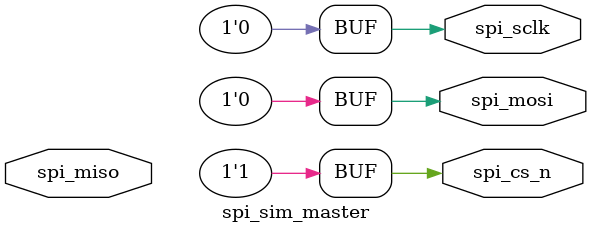
<source format=v>

module spi_sim_master #(
    //Normal
    parameter HIGH                  =  1 ,
    parameter LOW                   =  0 ,
    parameter WRITE                 =  0 ,
    parameter READ                  =  1 , 
    //Width
    parameter CMD_WIDTH             = 05 ,
    parameter ADDR_WIDTH            = 04 ,
    parameter DATA_WIDTH            = 11 ,
    parameter BYTE                  = 08 ,
    parameter WORD                  = 16 ,
    parameter DWORD                 = 32 ,
    //SPI
    parameter tCLKL                 = 40 ,
    parameter tCLKH                 = 40 ,
    parameter tSU_SDI               = 20 ,
    parameter tHD_SDI               = 30 ,
    parameter tHD_SDO               = 40 ,
    parameter tSU_SCS               = 50 ,
    parameter tHD_SCS               = 50 ,
    parameter tHI_SCS               = 400


)
(
    output  reg                     spi_cs_n        ,//chip select
    input   wire                    spi_miso        ,//master input and slave output
    output  reg                     spi_mosi        ,//master output and slave input
    output  reg                     spi_sclk         //serial clock
);

    //************************************************************************************************
    // 1.Parameter and constant define
    //************************************************************************************************
    //------------------------------------------------------------------------------------------------
    // 1.1 none
    //------------------------------------------------------------------------------------------------   

    //************************************************************************************************
    // 2.Register and wire declaration
    //************************************************************************************************
    //------------------------------------------------------------------------------------------------
    // 2.1 none
    //------------------------------------------------------------------------------------------------   

    //************************************************************************************************
    // 3.Main code
    //************************************************************************************************
    initial begin
        spi_cs_n = HIGH ;
        spi_sclk = LOW  ;
        spi_mosi = LOW  ;
    end
    //------------------------------------------------------------------------------------------------
    // 3.1 the subtask spi start
    //------------------------------------------------------------------------------------------------
    task spi_start();
        begin
            spi_cs_n = HIGH    ;
            #(tHI_SCS);
            spi_cs_n = LOW     ;
            #(tSU_SCS);
        end
    endtask
    //------------------------------------------------------------------------------------------------
    // 3.2 the subtask spi write and read data
    //------------------------------------------------------------------------------------------------
    task spi_wr_data(input [DWORD-1:00] send_data,output [DWORD-1:00] read_data,input integer len);
        integer i;
        begin
            spi_cs_n = LOW;
            for(i=len-1;i>=0;i=i-1) begin
                #(tCLKL-tHD_SDI);
                spi_sclk = 1'b1;
                #(tCLKH-tSU_SDI);
                spi_mosi = send_data[i]; 
                #(tSU_SDI);
                spi_sclk = 1'b0;
                read_data[i] = spi_miso;
                #(tHD_SDI);
                spi_if.sdi = 1'bz;
            end
            spi_cs_n = LOW;
        end
    endtask
    //------------------------------------------------------------------------------------------------
    // 3.2 the subtask spi stop
    //------------------------------------------------------------------------------------------------
    task spi_stop();
        begin
            spi_cs_n = LOW;
            #(tHD_SCS);
            spi_cs_n = HIGH;
        end
    endtask
    //------------------------------------------------------------------------------------------------
    // 3.2 the main task spi write/read
    //------------------------------------------------------------------------------------------------
    task spi_write_read(input [CMD_WIDTH-1:00] cmd,input [DATA_WIDTH-1:00] write_data,output [DATA_WIDTH-1:00] read_data);
        begin
            spi_start();
            spi_wr_data(cmd,read_data,CMD_WIDTH);
            spi_send_data(write_data,read_data,DATA_WIDTH);
            spi_stop();
            display(cmd,write_data,read_data);
        end
    endtask

    task display(input [CMD_WIDTH-1:00] cmd,input [DATA_WIDTH-1:00] write_data,input [DATA_WIDTH-1:00] read_data);
        reg [CMD_WIDTH-ADDR_WIDTH-1:0]         wr_bit  ;
        reg [ADDR_WIDTH-1:0]                   addr_bit;
        begin
            addr_bit = cmd[ADDR_WIDTH-1:0];
            wr_bit   = cmd[CMD_WIDTH-1:ADDR_WIDTH];
            if(wr_bit == WRITE) begin
                $display("SPI WRITE[%h] : address = %h,write data = %h,read data = %h.",wr_bit,addr_bit,write_data,read_data);
            end
            else if(wr_bit == READ) begin
                $display("SPI READ[%h]  : address = %h,write data = %h,read data = %h.",wr_bit,addr_bit,write_data,read_data);
            end
            else begin
                $display("SPI ERROR : spi write and read define error!");
            end
        end
    endtask
     
endmodule    
//****************************************************************************************************
//End of Module
//****************************************************************************************************

</source>
